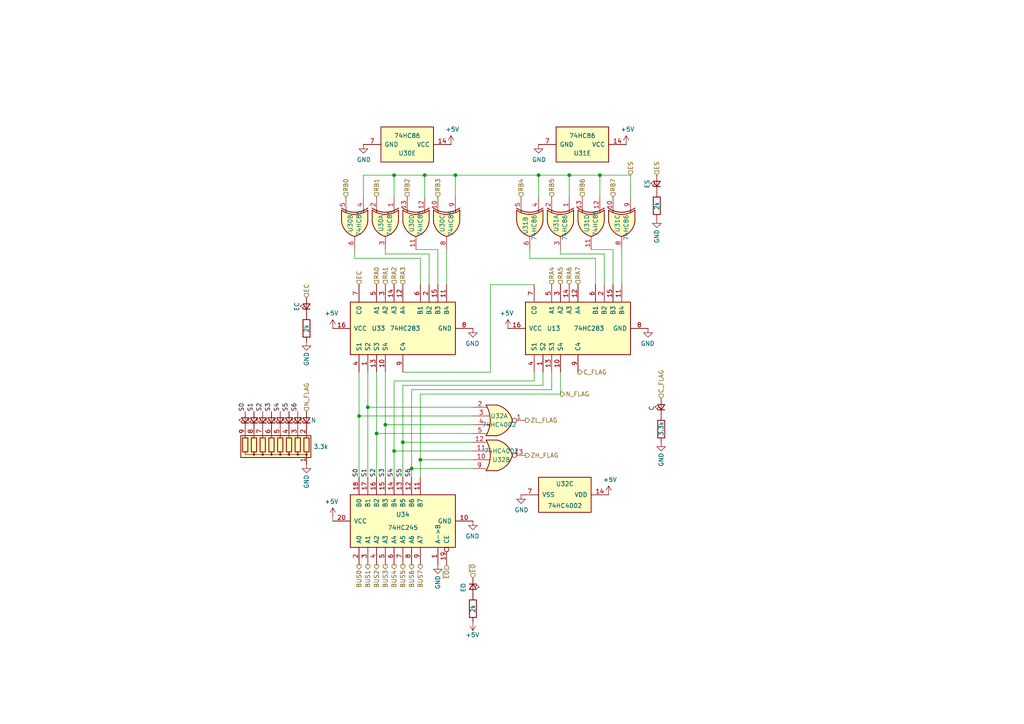
<source format=kicad_sch>
(kicad_sch (version 20250114) (generator "eeschema") (generator_version "9.0")
  (paper "A4")
  (title_block (title "Arithmetic Unit") (date "2025-12-30") (rev "3.3") (comment 2 "creativecommons.org/licenses/by-nc-sa/4.0/") (comment 3 "This work is licensed under CC BY-NC-SA 4.0") (comment 4 "Author: Carsten Herting (slu4)"))
  (lib_symbols
    (symbol "74HC4002_1" (pin_names (offset 1.016))
      (property "Reference" "U" (at 0 1.27 0))
      (property "Value" "74HC4002" (at 0 -1.27 0))
      (symbol "74HC4002_1_1_1"
        (arc (start -3.81 4.445) (mid -2.5908 0) (end -3.81 -4.445) (stroke (width 0.254)))
        (polyline (pts (xy -3.81 4.445) (xy -0.635 4.445)) (stroke (width 0.254)) (fill (type background)))
        (polyline (pts (xy -3.81 -4.445) (xy -0.635 -4.445)) (stroke (width 0.254)) (fill (type background)))
        (arc (start -0.6096 4.445) (mid 2.2198 2.8385) (end 3.81 0) (stroke (width 0.254)) (fill (type background)))
        (arc (start 3.81 0) (mid 2.224 -2.8428) (end -0.6096 -4.445) (stroke (width 0.254)) (fill (type background)))
        (polyline (pts (xy -0.635 4.445) (xy -3.81 4.445) (xy -3.81 4.445) (xy -3.6322 4.0894) (xy -3.0988 2.921) (xy -2.7686 1.6764) (xy -2.6162 0.4318) (xy -2.6416 -0.8636) (xy -2.8702 -2.1082) (xy -3.2512 -3.3274) (xy -3.81 -4.445) (xy -3.81 -4.445) (xy -0.635 -4.445)) (stroke (width -25.4)) (fill (type background)))
        (pin input line (at -7.62 3.81 0) (length 4.064) (name "~") (number "2"))
        (pin input line (at -7.62 1.27 0) (length 4.826) (name "~") (number "3"))
        (pin input line (at -7.62 -1.27 0) (length 4.826) (name "~") (number "4"))
        (pin input line (at -7.62 -3.81 0) (length 4.064) (name "~") (number "5"))
        (pin output inverted (at 7.62 0 180) (length 3.81) (name "~") (number "1"))
      )
      (symbol "74HC4002_1_1_2"
        (arc (start -0.635 4.445) (mid 3.7907 0) (end -0.635 -4.445) (stroke (width 0.254)) (fill (type background)))
        (polyline (pts (xy -0.635 4.445) (xy -3.81 4.445) (xy -3.81 -4.445) (xy -0.635 -4.445)) (stroke (width 0.254)) (fill (type background)))
        (pin input inverted (at -7.62 3.81 0) (length 3.81) (name "~") (number "2"))
        (pin input inverted (at -7.62 1.27 0) (length 3.81) (name "~") (number "3"))
        (pin input inverted (at -7.62 -1.27 0) (length 3.81) (name "~") (number "4"))
        (pin input inverted (at -7.62 -3.81 0) (length 3.81) (name "~") (number "5"))
        (pin output line (at 7.62 0 180) (length 3.81) (name "~") (number "1"))
      )
      (symbol "74HC4002_1_2_1"
        (arc (start -3.81 4.445) (mid -2.5908 0) (end -3.81 -4.445) (stroke (width 0.254)))
        (polyline (pts (xy -3.81 4.445) (xy -0.635 4.445)) (stroke (width 0.254)) (fill (type background)))
        (polyline (pts (xy -3.81 -4.445) (xy -0.635 -4.445)) (stroke (width 0.254)) (fill (type background)))
        (arc (start -0.6096 4.445) (mid 2.2198 2.8385) (end 3.81 0) (stroke (width 0.254)) (fill (type background)))
        (arc (start 3.81 0) (mid 2.224 -2.8428) (end -0.6096 -4.445) (stroke (width 0.254)) (fill (type background)))
        (polyline (pts (xy -0.635 4.445) (xy -3.81 4.445) (xy -3.81 4.445) (xy -3.6322 4.0894) (xy -3.0988 2.921) (xy -2.7686 1.6764) (xy -2.6162 0.4318) (xy -2.6416 -0.8636) (xy -2.8702 -2.1082) (xy -3.2512 -3.3274) (xy -3.81 -4.445) (xy -3.81 -4.445) (xy -0.635 -4.445)) (stroke (width -25.4)) (fill (type background)))
        (pin input line (at -7.62 3.81 0) (length 3.81) (name "~") (number "9"))
        (pin input line (at -7.62 1.27 0) (length 4.826) (name "~") (number "10"))
        (pin input line (at -7.62 -1.27 0) (length 4.826) (name "~") (number "11"))
        (pin input line (at -7.62 -3.81 0) (length 3.81) (name "~") (number "12"))
        (pin output inverted (at 7.62 0 180) (length 3.81) (name "~") (number "13"))
      )
      (symbol "74HC4002_1_2_2"
        (arc (start -0.635 4.445) (mid 3.7907 0) (end -0.635 -4.445) (stroke (width 0.254)) (fill (type background)))
        (polyline (pts (xy -0.635 4.445) (xy -3.81 4.445) (xy -3.81 -4.445) (xy -0.635 -4.445)) (stroke (width 0.254)) (fill (type background)))
        (pin input inverted (at -7.62 3.81 0) (length 3.81) (name "~") (number "9"))
        (pin input inverted (at -7.62 1.27 0) (length 3.81) (name "~") (number "10"))
        (pin input inverted (at -7.62 -1.27 0) (length 3.81) (name "~") (number "11"))
        (pin input inverted (at -7.62 -3.81 0) (length 3.81) (name "~") (number "12"))
        (pin output line (at 7.62 0 180) (length 3.81) (name "~") (number "13"))
      )
      (symbol "74HC4002_1_3_0"
        (pin no_connect line (at -10.16 0 0) (length 5.08) (hide yes) (name "~") (number "8"))
        (pin power_in line (at 0 12.7 270) (length 5.08) (name "VDD") (number "14"))
        (pin power_in line (at 0 -12.7 90) (length 5.08) (name "VSS") (number "7"))
        (pin no_connect line (at 10.16 0 180) (length 5.08) (hide yes) (name "~") (number "6"))
      )
      (symbol "74HC4002_1_3_1"
        (rectangle (start -5.08 7.62) (end 5.08 -7.62) (stroke (width 0.254)) (fill (type background)))
      )
    )
    (symbol "74HC4002_2" (pin_names (offset 1.016))
      (property "Reference" "U" (at 0 1.27 0))
      (property "Value" "74HC4002" (at 0 -1.27 0))
      (symbol "74HC4002_2_1_1"
        (arc (start -3.81 4.445) (mid -2.5908 0) (end -3.81 -4.445) (stroke (width 0.254)))
        (polyline (pts (xy -3.81 4.445) (xy -0.635 4.445)) (stroke (width 0.254)) (fill (type background)))
        (polyline (pts (xy -3.81 -4.445) (xy -0.635 -4.445)) (stroke (width 0.254)) (fill (type background)))
        (arc (start -0.6096 4.445) (mid 2.2198 2.8385) (end 3.81 0) (stroke (width 0.254)) (fill (type background)))
        (arc (start 3.81 0) (mid 2.224 -2.8428) (end -0.6096 -4.445) (stroke (width 0.254)) (fill (type background)))
        (polyline (pts (xy -0.635 4.445) (xy -3.81 4.445) (xy -3.81 4.445) (xy -3.6322 4.0894) (xy -3.0988 2.921) (xy -2.7686 1.6764) (xy -2.6162 0.4318) (xy -2.6416 -0.8636) (xy -2.8702 -2.1082) (xy -3.2512 -3.3274) (xy -3.81 -4.445) (xy -3.81 -4.445) (xy -0.635 -4.445)) (stroke (width -25.4)) (fill (type background)))
        (pin input line (at -7.62 3.81 0) (length 4.064) (name "~") (number "2"))
        (pin input line (at -7.62 1.27 0) (length 4.826) (name "~") (number "3"))
        (pin input line (at -7.62 -1.27 0) (length 4.826) (name "~") (number "4"))
        (pin input line (at -7.62 -3.81 0) (length 4.064) (name "~") (number "5"))
        (pin output inverted (at 7.62 0 180) (length 3.81) (name "~") (number "1"))
      )
      (symbol "74HC4002_2_1_2"
        (arc (start -0.635 4.445) (mid 3.7907 0) (end -0.635 -4.445) (stroke (width 0.254)) (fill (type background)))
        (polyline (pts (xy -0.635 4.445) (xy -3.81 4.445) (xy -3.81 -4.445) (xy -0.635 -4.445)) (stroke (width 0.254)) (fill (type background)))
        (pin input inverted (at -7.62 3.81 0) (length 3.81) (name "~") (number "2"))
        (pin input inverted (at -7.62 1.27 0) (length 3.81) (name "~") (number "3"))
        (pin input inverted (at -7.62 -1.27 0) (length 3.81) (name "~") (number "4"))
        (pin input inverted (at -7.62 -3.81 0) (length 3.81) (name "~") (number "5"))
        (pin output line (at 7.62 0 180) (length 3.81) (name "~") (number "1"))
      )
      (symbol "74HC4002_2_2_1"
        (arc (start -3.81 4.445) (mid -2.5908 0) (end -3.81 -4.445) (stroke (width 0.254)))
        (polyline (pts (xy -3.81 4.445) (xy -0.635 4.445)) (stroke (width 0.254)) (fill (type background)))
        (polyline (pts (xy -3.81 -4.445) (xy -0.635 -4.445)) (stroke (width 0.254)) (fill (type background)))
        (arc (start -0.6096 4.445) (mid 2.2198 2.8385) (end 3.81 0) (stroke (width 0.254)) (fill (type background)))
        (arc (start 3.81 0) (mid 2.224 -2.8428) (end -0.6096 -4.445) (stroke (width 0.254)) (fill (type background)))
        (polyline (pts (xy -0.635 4.445) (xy -3.81 4.445) (xy -3.81 4.445) (xy -3.6322 4.0894) (xy -3.0988 2.921) (xy -2.7686 1.6764) (xy -2.6162 0.4318) (xy -2.6416 -0.8636) (xy -2.8702 -2.1082) (xy -3.2512 -3.3274) (xy -3.81 -4.445) (xy -3.81 -4.445) (xy -0.635 -4.445)) (stroke (width -25.4)) (fill (type background)))
        (pin input line (at -7.62 3.81 0) (length 3.81) (name "~") (number "9"))
        (pin input line (at -7.62 1.27 0) (length 4.826) (name "~") (number "10"))
        (pin input line (at -7.62 -1.27 0) (length 4.826) (name "~") (number "11"))
        (pin input line (at -7.62 -3.81 0) (length 3.81) (name "~") (number "12"))
        (pin output inverted (at 7.62 0 180) (length 3.81) (name "~") (number "13"))
      )
      (symbol "74HC4002_2_2_2"
        (arc (start -0.635 4.445) (mid 3.7907 0) (end -0.635 -4.445) (stroke (width 0.254)) (fill (type background)))
        (polyline (pts (xy -0.635 4.445) (xy -3.81 4.445) (xy -3.81 -4.445) (xy -0.635 -4.445)) (stroke (width 0.254)) (fill (type background)))
        (pin input inverted (at -7.62 3.81 0) (length 3.81) (name "~") (number "9"))
        (pin input inverted (at -7.62 1.27 0) (length 3.81) (name "~") (number "10"))
        (pin input inverted (at -7.62 -1.27 0) (length 3.81) (name "~") (number "11"))
        (pin input inverted (at -7.62 -3.81 0) (length 3.81) (name "~") (number "12"))
        (pin output line (at 7.62 0 180) (length 3.81) (name "~") (number "13"))
      )
      (symbol "74HC4002_2_3_0"
        (pin no_connect line (at -10.16 0 0) (length 5.08) (hide yes) (name "~") (number "8"))
        (pin power_in line (at 0 12.7 270) (length 5.08) (name "VDD") (number "14"))
        (pin power_in line (at 0 -12.7 90) (length 5.08) (name "VSS") (number "7"))
        (pin no_connect line (at 10.16 0 180) (length 5.08) (hide yes) (name "~") (number "6"))
      )
      (symbol "74HC4002_2_3_1"
        (rectangle (start -5.08 7.62) (end 5.08 -7.62) (stroke (width 0.254)) (fill (type background)))
      )
    )
    (symbol "74xx:74HC86" (pin_names (offset 1.016))
      (property "Reference" "U" (at 0 1.27 0))
      (property "Value" "74HC86" (at 0 -1.27 0))
      (symbol "74HC86_1_0"
        (arc (start -4.4196 3.81) (mid -3.2033 0) (end -4.4196 -3.81) (stroke (width 0.254)))
        (arc (start -3.81 3.81) (mid -2.589 0) (end -3.81 -3.81) (stroke (width 0.254)))
        (polyline (pts (xy -3.81 3.81) (xy -0.635 3.81)) (stroke (width 0.254)) (fill (type background)))
        (polyline (pts (xy -3.81 -3.81) (xy -0.635 -3.81)) (stroke (width 0.254)) (fill (type background)))
        (arc (start 3.81 0) (mid 2.1855 -2.584) (end -0.6096 -3.81) (stroke (width 0.254)) (fill (type background)))
        (arc (start -0.6096 3.81) (mid 2.1928 2.5924) (end 3.81 0) (stroke (width 0.254)) (fill (type background)))
        (polyline (pts (xy -0.635 3.81) (xy -3.81 3.81) (xy -3.81 3.81) (xy -3.556 3.4036) (xy -3.0226 2.2606) (xy -2.6924 1.0414) (xy -2.6162 -0.254) (xy -2.7686 -1.4986) (xy -3.175 -2.7178) (xy -3.81 -3.81) (xy -3.81 -3.81) (xy -0.635 -3.81)) (stroke (width -25.4)) (fill (type background)))
        (pin input line (at -7.62 2.54 0) (length 4.445) (name "~") (number "1"))
        (pin input line (at -7.62 -2.54 0) (length 4.445) (name "~") (number "2"))
        (pin output line (at 7.62 0 180) (length 3.81) (name "~") (number "3"))
      )
      (symbol "74HC86_1_1"
        (polyline (pts (xy -3.81 2.54) (xy -3.175 2.54)) (stroke (width 0.1524)))
        (polyline (pts (xy -3.81 -2.54) (xy -3.175 -2.54)) (stroke (width 0.1524)))
      )
      (symbol "74HC86_2_0"
        (arc (start -4.4196 3.81) (mid -3.2033 0) (end -4.4196 -3.81) (stroke (width 0.254)))
        (arc (start -3.81 3.81) (mid -2.589 0) (end -3.81 -3.81) (stroke (width 0.254)))
        (polyline (pts (xy -3.81 3.81) (xy -0.635 3.81)) (stroke (width 0.254)) (fill (type background)))
        (polyline (pts (xy -3.81 -3.81) (xy -0.635 -3.81)) (stroke (width 0.254)) (fill (type background)))
        (arc (start 3.81 0) (mid 2.1855 -2.584) (end -0.6096 -3.81) (stroke (width 0.254)) (fill (type background)))
        (arc (start -0.6096 3.81) (mid 2.1928 2.5924) (end 3.81 0) (stroke (width 0.254)) (fill (type background)))
        (polyline (pts (xy -0.635 3.81) (xy -3.81 3.81) (xy -3.81 3.81) (xy -3.556 3.4036) (xy -3.0226 2.2606) (xy -2.6924 1.0414) (xy -2.6162 -0.254) (xy -2.7686 -1.4986) (xy -3.175 -2.7178) (xy -3.81 -3.81) (xy -3.81 -3.81) (xy -0.635 -3.81)) (stroke (width -25.4)) (fill (type background)))
        (pin input line (at -7.62 2.54 0) (length 4.445) (name "~") (number "4"))
        (pin input line (at -7.62 -2.54 0) (length 4.445) (name "~") (number "5"))
        (pin output line (at 7.62 0 180) (length 3.81) (name "~") (number "6"))
      )
      (symbol "74HC86_2_1"
        (polyline (pts (xy -3.81 2.54) (xy -3.175 2.54)) (stroke (width 0.1524)))
        (polyline (pts (xy -3.81 -2.54) (xy -3.175 -2.54)) (stroke (width 0.1524)))
      )
      (symbol "74HC86_3_0"
        (arc (start -4.4196 3.81) (mid -3.2033 0) (end -4.4196 -3.81) (stroke (width 0.254)))
        (arc (start -3.81 3.81) (mid -2.589 0) (end -3.81 -3.81) (stroke (width 0.254)))
        (polyline (pts (xy -3.81 3.81) (xy -0.635 3.81)) (stroke (width 0.254)) (fill (type background)))
        (polyline (pts (xy -3.81 -3.81) (xy -0.635 -3.81)) (stroke (width 0.254)) (fill (type background)))
        (arc (start 3.81 0) (mid 2.1855 -2.584) (end -0.6096 -3.81) (stroke (width 0.254)) (fill (type background)))
        (arc (start -0.6096 3.81) (mid 2.1928 2.5924) (end 3.81 0) (stroke (width 0.254)) (fill (type background)))
        (polyline (pts (xy -0.635 3.81) (xy -3.81 3.81) (xy -3.81 3.81) (xy -3.556 3.4036) (xy -3.0226 2.2606) (xy -2.6924 1.0414) (xy -2.6162 -0.254) (xy -2.7686 -1.4986) (xy -3.175 -2.7178) (xy -3.81 -3.81) (xy -3.81 -3.81) (xy -0.635 -3.81)) (stroke (width -25.4)) (fill (type background)))
        (pin input line (at -7.62 2.54 0) (length 4.445) (name "~") (number "9"))
        (pin input line (at -7.62 -2.54 0) (length 4.445) (name "~") (number "10"))
        (pin output line (at 7.62 0 180) (length 3.81) (name "~") (number "8"))
      )
      (symbol "74HC86_3_1"
        (polyline (pts (xy -3.81 2.54) (xy -3.175 2.54)) (stroke (width 0.1524)))
        (polyline (pts (xy -3.81 -2.54) (xy -3.175 -2.54)) (stroke (width 0.1524)))
      )
      (symbol "74HC86_4_0"
        (arc (start -4.4196 3.81) (mid -3.2033 0) (end -4.4196 -3.81) (stroke (width 0.254)))
        (arc (start -3.81 3.81) (mid -2.589 0) (end -3.81 -3.81) (stroke (width 0.254)))
        (polyline (pts (xy -3.81 3.81) (xy -0.635 3.81)) (stroke (width 0.254)) (fill (type background)))
        (polyline (pts (xy -3.81 -3.81) (xy -0.635 -3.81)) (stroke (width 0.254)) (fill (type background)))
        (arc (start 3.81 0) (mid 2.1855 -2.584) (end -0.6096 -3.81) (stroke (width 0.254)) (fill (type background)))
        (arc (start -0.6096 3.81) (mid 2.1928 2.5924) (end 3.81 0) (stroke (width 0.254)) (fill (type background)))
        (polyline (pts (xy -0.635 3.81) (xy -3.81 3.81) (xy -3.81 3.81) (xy -3.556 3.4036) (xy -3.0226 2.2606) (xy -2.6924 1.0414) (xy -2.6162 -0.254) (xy -2.7686 -1.4986) (xy -3.175 -2.7178) (xy -3.81 -3.81) (xy -3.81 -3.81) (xy -0.635 -3.81)) (stroke (width -25.4)) (fill (type background)))
        (pin input line (at -7.62 2.54 0) (length 4.445) (name "~") (number "12"))
        (pin input line (at -7.62 -2.54 0) (length 4.445) (name "~") (number "13"))
        (pin output line (at 7.62 0 180) (length 3.81) (name "~") (number "11"))
      )
      (symbol "74HC86_4_1"
        (polyline (pts (xy -3.81 2.54) (xy -3.175 2.54)) (stroke (width 0.1524)))
        (polyline (pts (xy -3.81 -2.54) (xy -3.175 -2.54)) (stroke (width 0.1524)))
      )
      (symbol "74HC86_5_0"
        (pin power_in line (at 0 12.7 270) (length 5.08) (name "VCC") (number "14"))
        (pin power_in line (at 0 -12.7 90) (length 5.08) (name "GND") (number "7"))
      )
      (symbol "74HC86_5_1"
        (rectangle (start -5.08 7.62) (end 5.08 -7.62) (stroke (width 0.254)) (fill (type background)))
      )
    )
    (symbol "8-Bit CPU 32k:74HC245" (pin_names (offset 1.016))
      (property "Reference" "U" (at 0 -6.35 90))
      (property "Value" "74HC245" (at 0 2.54 90))
      (symbol "74HC245_1_0"
        (pin tri_state line (at -12.7 12.7 0) (length 5.08) (name "A0") (number "2"))
        (pin tri_state line (at -12.7 10.16 0) (length 5.08) (name "A1") (number "3"))
        (pin tri_state line (at -12.7 7.62 0) (length 5.08) (name "A2") (number "4"))
        (pin tri_state line (at -12.7 5.08 0) (length 5.08) (name "A3") (number "5"))
        (pin tri_state line (at -12.7 2.54 0) (length 5.08) (name "A4") (number "6"))
        (pin tri_state line (at -12.7 0 0) (length 5.08) (name "A5") (number "7"))
        (pin tri_state line (at -12.7 -2.54 0) (length 5.08) (name "A6") (number "8"))
        (pin tri_state line (at -12.7 -5.08 0) (length 5.08) (name "A7") (number "9"))
        (pin input line (at -12.7 -10.16 0) (length 5.08) (name "A->B") (number "1"))
        (pin input inverted (at -12.7 -12.7 0) (length 5.08) (name "CE") (number "19"))
        (pin power_in line (at 0 20.32 270) (length 5.08) (name "VCC") (number "20"))
        (pin power_in line (at 0 -20.32 90) (length 5.08) (name "GND") (number "10"))
        (pin input line (at 12.7 12.7 180) (length 5.08) (name "B0") (number "18"))
        (pin input line (at 12.7 10.16 180) (length 5.08) (name "B1") (number "17"))
        (pin input line (at 12.7 7.62 180) (length 5.08) (name "B2") (number "16"))
        (pin input line (at 12.7 5.08 180) (length 5.08) (name "B3") (number "15"))
        (pin input line (at 12.7 2.54 180) (length 5.08) (name "B4") (number "14"))
        (pin input line (at 12.7 0 180) (length 5.08) (name "B5") (number "13"))
        (pin input line (at 12.7 -2.54 180) (length 5.08) (name "B6") (number "12"))
        (pin input line (at 12.7 -5.08 180) (length 5.08) (name "B7") (number "11"))
      )
      (symbol "74HC245_1_1"
        (rectangle (start -7.62 15.24) (end 7.62 -15.24) (stroke (width 0.254)) (fill (type background)))
      )
    )
    (symbol "8-Bit CPU 32k:74HC283" (pin_names (offset 1.016))
      (property "Reference" "U" (at 0 -5.08 90))
      (property "Value" "74HC283" (at 0 3.81 90))
      (symbol "74HC283_1_0"
        (pin input line (at -12.7 12.7 0) (length 5.08) (name "C0") (number "7"))
        (pin input line (at -12.7 7.62 0) (length 5.08) (name "A1") (number "5"))
        (pin input line (at -12.7 5.08 0) (length 5.08) (name "A2") (number "3"))
        (pin input line (at -12.7 2.54 0) (length 5.08) (name "A3") (number "14"))
        (pin input line (at -12.7 0 0) (length 5.08) (name "A4") (number "12"))
        (pin input line (at -12.7 -5.08 0) (length 5.08) (name "B1") (number "6"))
        (pin input line (at -12.7 -7.62 0) (length 5.08) (name "B2") (number "2"))
        (pin input line (at -12.7 -10.16 0) (length 5.08) (name "B3") (number "15"))
        (pin input line (at -12.7 -12.7 0) (length 5.08) (name "B4") (number "11"))
        (pin power_in line (at 0 20.32 270) (length 5.08) (name "VCC") (number "16"))
        (pin power_in line (at 0 -20.32 90) (length 5.08) (name "GND") (number "8"))
        (pin output line (at 12.7 12.7 180) (length 5.08) (name "S1") (number "4"))
        (pin output line (at 12.7 10.16 180) (length 5.08) (name "S2") (number "1"))
        (pin output line (at 12.7 7.62 180) (length 5.08) (name "S3") (number "13"))
        (pin output line (at 12.7 5.08 180) (length 5.08) (name "S4") (number "10"))
        (pin output line (at 12.7 0 180) (length 5.08) (name "C4") (number "9"))
      )
      (symbol "74HC283_1_1"
        (rectangle (start -7.62 15.24) (end 7.62 -15.24) (stroke (width 0.254)) (fill (type background)))
      )
    )
    (symbol "8-Bit CPU 32k:74HC4002" (pin_names (offset 1.016))
      (property "Reference" "U" (at 0 1.27 0))
      (property "Value" "74HC4002" (at 0 -1.27 0))
      (symbol "74HC4002_1_1"
        (arc (start -3.81 4.445) (mid -2.5908 0) (end -3.81 -4.445) (stroke (width 0.254)))
        (polyline (pts (xy -3.81 4.445) (xy -0.635 4.445)) (stroke (width 0.254)) (fill (type background)))
        (polyline (pts (xy -3.81 -4.445) (xy -0.635 -4.445)) (stroke (width 0.254)) (fill (type background)))
        (arc (start -0.6096 4.445) (mid 2.2198 2.8385) (end 3.81 0) (stroke (width 0.254)) (fill (type background)))
        (arc (start 3.81 0) (mid 2.224 -2.8428) (end -0.6096 -4.445) (stroke (width 0.254)) (fill (type background)))
        (polyline (pts (xy -0.635 4.445) (xy -3.81 4.445) (xy -3.81 4.445) (xy -3.6322 4.0894) (xy -3.0988 2.921) (xy -2.7686 1.6764) (xy -2.6162 0.4318) (xy -2.6416 -0.8636) (xy -2.8702 -2.1082) (xy -3.2512 -3.3274) (xy -3.81 -4.445) (xy -3.81 -4.445) (xy -0.635 -4.445)) (stroke (width -25.4)) (fill (type background)))
        (pin input line (at -7.62 3.81 0) (length 4.064) (name "~") (number "2"))
        (pin input line (at -7.62 1.27 0) (length 4.826) (name "~") (number "3"))
        (pin input line (at -7.62 -1.27 0) (length 4.826) (name "~") (number "4"))
        (pin input line (at -7.62 -3.81 0) (length 4.064) (name "~") (number "5"))
        (pin output inverted (at 7.62 0 180) (length 3.81) (name "~") (number "1"))
      )
      (symbol "74HC4002_1_2"
        (arc (start -0.635 4.445) (mid 3.7907 0) (end -0.635 -4.445) (stroke (width 0.254)) (fill (type background)))
        (polyline (pts (xy -0.635 4.445) (xy -3.81 4.445) (xy -3.81 -4.445) (xy -0.635 -4.445)) (stroke (width 0.254)) (fill (type background)))
        (pin input inverted (at -7.62 3.81 0) (length 3.81) (name "~") (number "2"))
        (pin input inverted (at -7.62 1.27 0) (length 3.81) (name "~") (number "3"))
        (pin input inverted (at -7.62 -1.27 0) (length 3.81) (name "~") (number "4"))
        (pin input inverted (at -7.62 -3.81 0) (length 3.81) (name "~") (number "5"))
        (pin output line (at 7.62 0 180) (length 3.81) (name "~") (number "1"))
      )
      (symbol "74HC4002_2_1"
        (arc (start -3.81 4.445) (mid -2.5908 0) (end -3.81 -4.445) (stroke (width 0.254)))
        (polyline (pts (xy -3.81 4.445) (xy -0.635 4.445)) (stroke (width 0.254)) (fill (type background)))
        (polyline (pts (xy -3.81 -4.445) (xy -0.635 -4.445)) (stroke (width 0.254)) (fill (type background)))
        (arc (start -0.6096 4.445) (mid 2.2198 2.8385) (end 3.81 0) (stroke (width 0.254)) (fill (type background)))
        (arc (start 3.81 0) (mid 2.224 -2.8428) (end -0.6096 -4.445) (stroke (width 0.254)) (fill (type background)))
        (polyline (pts (xy -0.635 4.445) (xy -3.81 4.445) (xy -3.81 4.445) (xy -3.6322 4.0894) (xy -3.0988 2.921) (xy -2.7686 1.6764) (xy -2.6162 0.4318) (xy -2.6416 -0.8636) (xy -2.8702 -2.1082) (xy -3.2512 -3.3274) (xy -3.81 -4.445) (xy -3.81 -4.445) (xy -0.635 -4.445)) (stroke (width -25.4)) (fill (type background)))
        (pin input line (at -7.62 3.81 0) (length 3.81) (name "~") (number "9"))
        (pin input line (at -7.62 1.27 0) (length 4.826) (name "~") (number "10"))
        (pin input line (at -7.62 -1.27 0) (length 4.826) (name "~") (number "11"))
        (pin input line (at -7.62 -3.81 0) (length 3.81) (name "~") (number "12"))
        (pin output inverted (at 7.62 0 180) (length 3.81) (name "~") (number "13"))
      )
      (symbol "74HC4002_2_2"
        (arc (start -0.635 4.445) (mid 3.7907 0) (end -0.635 -4.445) (stroke (width 0.254)) (fill (type background)))
        (polyline (pts (xy -0.635 4.445) (xy -3.81 4.445) (xy -3.81 -4.445) (xy -0.635 -4.445)) (stroke (width 0.254)) (fill (type background)))
        (pin input inverted (at -7.62 3.81 0) (length 3.81) (name "~") (number "9"))
        (pin input inverted (at -7.62 1.27 0) (length 3.81) (name "~") (number "10"))
        (pin input inverted (at -7.62 -1.27 0) (length 3.81) (name "~") (number "11"))
        (pin input inverted (at -7.62 -3.81 0) (length 3.81) (name "~") (number "12"))
        (pin output line (at 7.62 0 180) (length 3.81) (name "~") (number "13"))
      )
      (symbol "74HC4002_3_0"
        (pin no_connect line (at -10.16 0 0) (length 5.08) (hide yes) (name "~") (number "8"))
        (pin power_in line (at 0 12.7 270) (length 5.08) (name "VDD") (number "14"))
        (pin power_in line (at 0 -12.7 90) (length 5.08) (name "VSS") (number "7"))
        (pin no_connect line (at 10.16 0 180) (length 5.08) (hide yes) (name "~") (number "6"))
      )
      (symbol "74HC4002_3_1"
        (rectangle (start -5.08 7.62) (end 5.08 -7.62) (stroke (width 0.254)) (fill (type background)))
      )
    )
    (symbol "Device:LED_Small" (pin_numbers (hide yes)) (pin_names (offset 0.254) (hide yes))
      (property "Reference" "D" (at -1.27 3.175 0))
      (property "Value" "LED_Small" (at -4.445 -2.54 0))
      (symbol "LED_Small_0_1"
        (polyline (pts (xy -0.762 -1.016) (xy -0.762 1.016)) (stroke (width 0.254)))
        (polyline (pts (xy 0 0.762) (xy -0.508 1.27) (xy -0.254 1.27) (xy -0.508 1.27) (xy -0.508 1.016)))
        (polyline (pts (xy 0.508 1.27) (xy 0 1.778) (xy 0.254 1.778) (xy 0 1.778) (xy 0 1.524)))
        (polyline (pts (xy 0.762 -1.016) (xy -0.762 0) (xy 0.762 1.016) (xy 0.762 -1.016)) (stroke (width 0.254)))
        (polyline (pts (xy 1.016 0) (xy -0.762 0)))
      )
      (symbol "LED_Small_1_1"
        (pin passive line (at -2.54 0 0) (length 1.778) (name "K") (number "1"))
        (pin passive line (at 2.54 0 180) (length 1.778) (name "A") (number "2"))
      )
    )
    (symbol "Device:R" (pin_numbers (hide yes)) (pin_names (offset 0))
      (property "Reference" "R" (at 2.032 0 90))
      (property "Value" "R" (at 0 0 90))
      (symbol "R_0_1"
        (rectangle (start -1.016 -2.54) (end 1.016 2.54) (stroke (width 0.254)))
      )
      (symbol "R_1_1"
        (pin passive line (at 0 3.81 270) (length 1.27) (name "~") (number "1"))
        (pin passive line (at 0 -3.81 90) (length 1.27) (name "~") (number "2"))
      )
    )
    (symbol "Device:R_Network08" (pin_names (offset 0) (hide yes))
      (property "Reference" "RN" (at -12.7 0 90))
      (property "Value" "R_Network08" (at 10.16 0 90))
      (symbol "R_Network08_0_1"
        (rectangle (start -11.43 -3.175) (end 8.89 3.175) (stroke (width 0.254)) (fill (type background)))
        (rectangle (start -10.922 1.524) (end -9.398 -2.54) (stroke (width 0.254)))
        (circle (center -10.16 2.286) (radius 0.254) (fill (type outline)))
        (polyline (pts (xy -10.16 1.524) (xy -10.16 2.286) (xy -7.62 2.286) (xy -7.62 1.524)))
        (polyline (pts (xy -10.16 -2.54) (xy -10.16 -3.81)))
        (rectangle (start -8.382 1.524) (end -6.858 -2.54) (stroke (width 0.254)))
        (circle (center -7.62 2.286) (radius 0.254) (fill (type outline)))
        (polyline (pts (xy -7.62 1.524) (xy -7.62 2.286) (xy -5.08 2.286) (xy -5.08 1.524)))
        (polyline (pts (xy -7.62 -2.54) (xy -7.62 -3.81)))
        (rectangle (start -5.842 1.524) (end -4.318 -2.54) (stroke (width 0.254)))
        (circle (center -5.08 2.286) (radius 0.254) (fill (type outline)))
        (polyline (pts (xy -5.08 1.524) (xy -5.08 2.286) (xy -2.54 2.286) (xy -2.54 1.524)))
        (polyline (pts (xy -5.08 -2.54) (xy -5.08 -3.81)))
        (rectangle (start -3.302 1.524) (end -1.778 -2.54) (stroke (width 0.254)))
        (circle (center -2.54 2.286) (radius 0.254) (fill (type outline)))
        (polyline (pts (xy -2.54 1.524) (xy -2.54 2.286) (xy 0 2.286) (xy 0 1.524)))
        (polyline (pts (xy -2.54 -2.54) (xy -2.54 -3.81)))
        (rectangle (start -0.762 1.524) (end 0.762 -2.54) (stroke (width 0.254)))
        (circle (center 0 2.286) (radius 0.254) (fill (type outline)))
        (polyline (pts (xy 0 1.524) (xy 0 2.286) (xy 2.54 2.286) (xy 2.54 1.524)))
        (polyline (pts (xy 0 -2.54) (xy 0 -3.81)))
        (rectangle (start 1.778 1.524) (end 3.302 -2.54) (stroke (width 0.254)))
        (circle (center 2.54 2.286) (radius 0.254) (fill (type outline)))
        (polyline (pts (xy 2.54 1.524) (xy 2.54 2.286) (xy 5.08 2.286) (xy 5.08 1.524)))
        (polyline (pts (xy 2.54 -2.54) (xy 2.54 -3.81)))
        (rectangle (start 4.318 1.524) (end 5.842 -2.54) (stroke (width 0.254)))
        (circle (center 5.08 2.286) (radius 0.254) (fill (type outline)))
        (polyline (pts (xy 5.08 1.524) (xy 5.08 2.286) (xy 7.62 2.286) (xy 7.62 1.524)))
        (polyline (pts (xy 5.08 -2.54) (xy 5.08 -3.81)))
        (rectangle (start 6.858 1.524) (end 8.382 -2.54) (stroke (width 0.254)))
        (polyline (pts (xy 7.62 -2.54) (xy 7.62 -3.81)))
      )
      (symbol "R_Network08_1_1"
        (pin passive line (at -10.16 5.08 270) (length 2.54) (name "common") (number "1"))
        (pin passive line (at -10.16 -5.08 90) (length 1.27) (name "R1") (number "2"))
        (pin passive line (at -7.62 -5.08 90) (length 1.27) (name "R2") (number "3"))
        (pin passive line (at -5.08 -5.08 90) (length 1.27) (name "R3") (number "4"))
        (pin passive line (at -2.54 -5.08 90) (length 1.27) (name "R4") (number "5"))
        (pin passive line (at 0 -5.08 90) (length 1.27) (name "R5") (number "6"))
        (pin passive line (at 2.54 -5.08 90) (length 1.27) (name "R6") (number "7"))
        (pin passive line (at 5.08 -5.08 90) (length 1.27) (name "R7") (number "8"))
        (pin passive line (at 7.62 -5.08 90) (length 1.27) (name "R8") (number "9"))
      )
    )
    (symbol "power:+5V" (power) (pin_numbers (hide yes)) (pin_names (offset 0) (hide yes))
      (property "Value" "+5V" (at 0 3.556 0))
      (symbol "+5V_0_1"
        (polyline (pts (xy -0.762 1.27) (xy 0 2.54)))
        (polyline (pts (xy 0 2.54) (xy 0.762 1.27)))
        (polyline (pts (xy 0 0) (xy 0 2.54)))
      )
      (symbol "+5V_1_1"
        (pin power_in line (at 0 0 90) (length 0) (name "~") (number "1"))
      )
    )
    (symbol "power:GND" (power) (pin_numbers (hide yes)) (pin_names (offset 0) (hide yes))
      (property "Value" "GND" (at 0 -3.81 0))
      (symbol "GND_0_1"
        (polyline (pts (xy 0 0) (xy 0 -1.27) (xy 1.27 -1.27) (xy 0 -2.54) (xy -1.27 -1.27) (xy 0 -1.27)))
      )
      (symbol "GND_1_1"
        (pin power_in line (at 0 0 270) (length 0) (name "~") (number "1"))
      )
    )
  )
  (junction (at 114.3 50.8))
  (junction (at 114.3 130.81))
  (junction (at 156.21 50.8))
  (junction (at 123.19 50.8))
  (junction (at 165.1 50.8))
  (junction (at 104.14 120.65))
  (junction (at 109.22 125.73))
  (junction (at 116.84 128.27))
  (junction (at 121.92 133.35))
  (junction (at 111.76 123.19))
  (junction (at 106.68 118.11))
  (junction (at 173.99 50.8))
  (junction (at 132.08 50.8))
  (junction (at 119.38 135.89))
  (wire (pts (xy 132.08 50.8) (xy 156.21 50.8)))
  (wire (pts (xy 111.76 73.66) (xy 124.46 73.66)))
  (wire (pts (xy 96.52 151.13) (xy 96.52 149.86)))
  (wire (pts (xy 111.76 107.95) (xy 111.76 123.19)))
  (wire (pts (xy 104.14 107.95) (xy 104.14 120.65)))
  (wire (pts (xy 116.84 111.76) (xy 116.84 128.27)))
  (wire (pts (xy 119.38 135.89) (xy 137.16 135.89)))
  (wire (pts (xy 175.26 82.55) (xy 175.26 73.66)))
  (wire (pts (xy 123.19 50.8) (xy 114.3 50.8)))
  (wire (pts (xy 124.46 82.55) (xy 124.46 73.66)))
  (wire (pts (xy 111.76 123.19) (xy 111.76 138.43)))
  (wire (pts (xy 106.68 107.95) (xy 106.68 118.11)))
  (wire (pts (xy 157.48 111.76) (xy 116.84 111.76)))
  (wire (pts (xy 109.22 125.73) (xy 137.16 125.73)))
  (wire (pts (xy 104.14 120.65) (xy 104.14 138.43)))
  (wire (pts (xy 106.68 118.11) (xy 106.68 138.43)))
  (wire (pts (xy 162.56 114.3) (xy 121.92 114.3)))
  (wire (pts (xy 105.41 50.8) (xy 114.3 50.8)))
  (wire (pts (xy 154.94 110.49) (xy 114.3 110.49)))
  (wire (pts (xy 173.99 50.8) (xy 165.1 50.8)))
  (wire (pts (xy 175.26 73.66) (xy 162.56 73.66)))
  (wire (pts (xy 180.34 82.55) (xy 180.34 72.39)))
  (wire (pts (xy 129.54 82.55) (xy 129.54 72.39)))
  (wire (pts (xy 114.3 130.81) (xy 114.3 138.43)))
  (wire (pts (xy 182.88 50.8) (xy 173.99 50.8)))
  (wire (pts (xy 116.84 128.27) (xy 116.84 138.43)))
  (wire (pts (xy 121.92 133.35) (xy 137.16 133.35)))
  (wire (pts (xy 153.67 74.93) (xy 172.72 74.93)))
  (wire (pts (xy 132.08 50.8) (xy 123.19 50.8)))
  (wire (pts (xy 114.3 110.49) (xy 114.3 130.81)))
  (wire (pts (xy 111.76 72.39) (xy 111.76 73.66)))
  (wire (pts (xy 102.87 74.93) (xy 102.87 72.39)))
  (wire (pts (xy 114.3 130.81) (xy 137.16 130.81)))
  (wire (pts (xy 121.92 74.93) (xy 102.87 74.93)))
  (wire (pts (xy 105.41 57.15) (xy 105.41 50.8)))
  (wire (pts (xy 156.21 57.15) (xy 156.21 50.8)))
  (wire (pts (xy 119.38 113.03) (xy 119.38 135.89)))
  (wire (pts (xy 116.84 107.95) (xy 142.24 107.95)))
  (wire (pts (xy 119.38 135.89) (xy 119.38 138.43)))
  (wire (pts (xy 154.94 107.95) (xy 154.94 110.49)))
  (wire (pts (xy 114.3 50.8) (xy 114.3 57.15)))
  (wire (pts (xy 165.1 50.8) (xy 156.21 50.8)))
  (wire (pts (xy 162.56 107.95) (xy 162.56 114.3)))
  (wire (pts (xy 153.67 72.39) (xy 153.67 74.93)))
  (wire (pts (xy 121.92 114.3) (xy 121.92 133.35)))
  (wire (pts (xy 171.45 72.39) (xy 177.8 72.39)))
  (wire (pts (xy 162.56 73.66) (xy 162.56 72.39)))
  (wire (pts (xy 121.92 82.55) (xy 121.92 74.93)))
  (wire (pts (xy 142.24 107.95) (xy 142.24 82.55)))
  (wire (pts (xy 123.19 57.15) (xy 123.19 50.8)))
  (wire (pts (xy 109.22 107.95) (xy 109.22 125.73)))
  (wire (pts (xy 109.22 125.73) (xy 109.22 138.43)))
  (wire (pts (xy 157.48 107.95) (xy 157.48 111.76)))
  (wire (pts (xy 132.08 57.15) (xy 132.08 50.8)))
  (wire (pts (xy 160.02 107.95) (xy 160.02 113.03)))
  (wire (pts (xy 127 82.55) (xy 127 72.39)))
  (wire (pts (xy 165.1 57.15) (xy 165.1 50.8)))
  (wire (pts (xy 116.84 128.27) (xy 137.16 128.27)))
  (wire (pts (xy 182.88 57.15) (xy 182.88 50.8)))
  (wire (pts (xy 121.92 133.35) (xy 121.92 138.43)))
  (wire (pts (xy 160.02 113.03) (xy 119.38 113.03)))
  (wire (pts (xy 173.99 57.15) (xy 173.99 50.8)))
  (wire (pts (xy 142.24 82.55) (xy 154.94 82.55)))
  (wire (pts (xy 104.14 120.65) (xy 137.16 120.65)))
  (wire (pts (xy 172.72 74.93) (xy 172.72 82.55)))
  (wire (pts (xy 106.68 118.11) (xy 137.16 118.11)))
  (wire (pts (xy 177.8 72.39) (xy 177.8 82.55)))
  (wire (pts (xy 137.16 123.19) (xy 111.76 123.19)))
  (wire (pts (xy 127 72.39) (xy 120.65 72.39)))
  (label "S0" (at 104.14 138.43 90))
  (label "S6" (at 119.38 138.43 90))
  (label "S4" (at 114.3 138.43 90))
  (label "S5" (at 116.84 138.43 90))
  (label "S3" (at 111.76 138.43 90))
  (label "S1" (at 106.68 138.43 90))
  (label "S6" (at 86.36 119.38 90))
  (label "S5" (at 83.82 119.38 90))
  (label "S3" (at 78.74 119.38 90))
  (label "S2" (at 76.2 119.38 90))
  (label "S4" (at 81.28 119.38 90))
  (label "S0" (at 71.12 119.38 90))
  (label "S1" (at 73.66 119.38 90))
  (label "S2" (at 109.22 138.43 90))
  (hierarchical_label "C_FLAG" (shape input) (at 191.77 115.57 90))
  (hierarchical_label "RA2" (shape input) (at 114.3 82.55 90))
  (hierarchical_label "RA6" (shape input) (at 165.1 82.55 90))
  (hierarchical_label "RB5" (shape input) (at 160.02 57.15 90))
  (hierarchical_label "RB0" (shape input) (at 100.33 57.15 90))
  (hierarchical_label "ZH_FLAG" (shape output) (at 152.4 132.08 0))
  (hierarchical_label "RB4" (shape input) (at 151.13 57.15 90))
  (hierarchical_label "RA1" (shape input) (at 111.76 82.55 90))
  (hierarchical_label "EC" (shape input) (at 104.14 82.55 90))
  (hierarchical_label "RB1" (shape input) (at 109.22 57.15 90))
  (hierarchical_label "BUS1" (shape output) (at 106.68 163.83 270))
  (hierarchical_label "~{EO}" (shape input) (at 129.54 163.83 270))
  (hierarchical_label "BUS5" (shape output) (at 116.84 163.83 270))
  (hierarchical_label "RA3" (shape input) (at 116.84 82.55 90))
  (hierarchical_label "C_FLAG" (shape output) (at 167.64 107.95 0))
  (hierarchical_label "RA5" (shape input) (at 162.56 82.55 90))
  (hierarchical_label "BUS2" (shape output) (at 109.22 163.83 270))
  (hierarchical_label "BUS7" (shape output) (at 121.92 163.83 270))
  (hierarchical_label "BUS3" (shape output) (at 111.76 163.83 270))
  (hierarchical_label "ES" (shape input) (at 182.88 50.8 90))
  (hierarchical_label "N_FLAG" (shape input) (at 88.9 119.38 90))
  (hierarchical_label "RA7" (shape input) (at 167.64 82.55 90))
  (hierarchical_label "BUS6" (shape output) (at 119.38 163.83 270))
  (hierarchical_label "RB6" (shape input) (at 168.91 57.15 90))
  (hierarchical_label "N_FLAG" (shape output) (at 162.56 114.3 0))
  (hierarchical_label "~{EO}" (shape input) (at 137.16 167.64 90))
  (hierarchical_label "ES" (shape input) (at 190.5 50.8 90))
  (hierarchical_label "ZL_FLAG" (shape output) (at 152.4 121.92 0))
  (hierarchical_label "BUS0" (shape output) (at 104.14 163.83 270))
  (hierarchical_label "EC" (shape input) (at 88.9 86.36 90))
  (hierarchical_label "RB7" (shape input) (at 177.8 57.15 90))
  (hierarchical_label "BUS4" (shape output) (at 114.3 163.83 270))
  (hierarchical_label "RB2" (shape input) (at 118.11 57.15 90))
  (hierarchical_label "RB3" (shape input) (at 127 57.15 90))
  (hierarchical_label "RA0" (shape input) (at 109.22 82.55 90))
  (hierarchical_label "RA4" (shape input) (at 160.02 82.55 90))
  (symbol (lib_id "74xx:74HC86") (at 118.11 41.91 270) (unit 5)
    (property "Reference" "U30" (at 118.11 44.45 90))
    (property "Value" "74HC86" (at 118.11 39.37 90))
    (property "Footprint" "Package_DIP:DIP-14_W7.62mm" (effects (hide yes)))
    (property "Datasheet" "http://www.ti.com/lit/gpn/sn74HC86" (effects (hide yes)))
    (property "Description" "Quad 2-input XOR" (effects (hide yes)))
  )
  (symbol (lib_id "74xx:74HC86") (at 168.91 41.91 270) (unit 5)
    (property "Reference" "U31" (at 168.91 44.45 90))
    (property "Value" "74HC86" (at 168.91 39.37 90))
    (property "Footprint" "Package_DIP:DIP-14_W7.62mm" (effects (hide yes)))
    (property "Datasheet" "http://www.ti.com/lit/gpn/sn74HC86" (effects (hide yes)))
    (property "Description" "Quad 2-input XOR" (effects (hide yes)))
  )
  (symbol (lib_id "power:GND") (at 105.41 41.91 0) (unit 1)
    (property "Reference" "#PWR0123" (effects (hide yes)))
    (property "Value" "GND" (at 105.537 46.3042 0))
    (property "Description" "Power symbol creates a global label with name \"GND\" , ground" (effects (hide yes)))
  )
  (symbol (lib_id "power:GND") (at 156.21 41.91 0) (unit 1)
    (property "Reference" "#PWR0125" (effects (hide yes)))
    (property "Value" "GND" (at 156.337 46.3042 0))
    (property "Description" "Power symbol creates a global label with name \"GND\" , ground" (effects (hide yes)))
  )
  (symbol (lib_id "power:+5V") (at 181.61 41.91 0) (unit 1)
    (property "Reference" "#PWR0126" (effects (hide yes)))
    (property "Value" "+5V" (at 181.991 37.5158 0))
    (property "Description" "Power symbol creates a global label with name \"+5V\"" (effects (hide yes)))
  )
  (symbol (lib_id "power:+5V") (at 130.81 41.91 0) (unit 1)
    (property "Reference" "#PWR0124" (effects (hide yes)))
    (property "Value" "+5V" (at 131.191 37.5158 0))
    (property "Description" "Power symbol creates a global label with name \"+5V\"" (effects (hide yes)))
  )
  (symbol (lib_id "power:GND") (at 127 163.83 0) (mirror y) (unit 1)
    (property "Reference" "#PWR0131" (effects (hide yes)))
    (property "Value" "GND" (at 127 168.91 90))
    (property "Description" "Power symbol creates a global label with name \"GND\" , ground" (effects (hide yes)))
  )
  (symbol (lib_id "power:GND") (at 137.16 95.25 0) (mirror y) (unit 1)
    (property "Reference" "#PWR0132" (effects (hide yes)))
    (property "Value" "GND" (at 137.033 99.6442 0))
    (property "Description" "Power symbol creates a global label with name \"GND\" , ground" (effects (hide yes)))
  )
  (symbol (lib_id "power:GND") (at 187.96 95.25 0) (mirror y) (unit 1)
    (property "Reference" "#PWR0135" (effects (hide yes)))
    (property "Value" "GND" (at 187.833 99.6442 0))
    (property "Description" "Power symbol creates a global label with name \"GND\" , ground" (effects (hide yes)))
  )
  (symbol (lib_id "power:GND") (at 137.16 151.13 0) (mirror y) (unit 1)
    (property "Reference" "#PWR0133" (effects (hide yes)))
    (property "Value" "GND" (at 137.033 155.5242 0))
    (property "Description" "Power symbol creates a global label with name \"GND\" , ground" (effects (hide yes)))
  )
  (symbol (lib_id "power:+5V") (at 147.32 95.25 0) (mirror y) (unit 1)
    (property "Reference" "#PWR0134" (effects (hide yes)))
    (property "Value" "+5V" (at 146.939 90.8558 0))
    (property "Description" "Power symbol creates a global label with name \"+5V\"" (effects (hide yes)))
  )
  (symbol (lib_id "power:+5V") (at 96.52 95.25 0) (mirror y) (unit 1)
    (property "Reference" "#PWR0128" (effects (hide yes)))
    (property "Value" "+5V" (at 96.139 90.8558 0))
    (property "Description" "Power symbol creates a global label with name \"+5V\"" (effects (hide yes)))
  )
  (symbol (lib_id "power:+5V") (at 96.52 149.86 0) (mirror y) (unit 1)
    (property "Reference" "#PWR0129" (effects (hide yes)))
    (property "Value" "+5V" (at 96.139 145.4658 0))
    (property "Description" "Power symbol creates a global label with name \"+5V\"" (effects (hide yes)))
  )
  (symbol (lib_id "74xx:74HC86") (at 162.56 64.77 270) (unit 1)
    (property "Reference" "U31" (at 161.29 64.77 0))
    (property "Value" "74HC86" (at 163.83 66.04 0))
    (property "Footprint" "Package_DIP:DIP-14_W7.62mm" (effects (hide yes)))
    (property "Datasheet" "http://www.ti.com/lit/gpn/sn74HC86" (effects (hide yes)))
    (property "Description" "Quad 2-input XOR" (effects (hide yes)))
  )
  (symbol (lib_id "74xx:74HC86") (at 153.67 64.77 270) (unit 2)
    (property "Reference" "U31" (at 152.4 65.405 0))
    (property "Value" "74HC86" (at 154.94 66.04 0))
    (property "Footprint" "Package_DIP:DIP-14_W7.62mm" (effects (hide yes)))
    (property "Datasheet" "http://www.ti.com/lit/gpn/sn74HC86" (effects (hide yes)))
    (property "Description" "Quad 2-input XOR" (effects (hide yes)))
  )
  (symbol (lib_id "74xx:74HC86") (at 180.34 64.77 270) (unit 3)
    (property "Reference" "U31" (at 179.07 64.77 0))
    (property "Value" "74HC86" (at 181.61 66.04 0))
    (property "Footprint" "Package_DIP:DIP-14_W7.62mm" (effects (hide yes)))
    (property "Datasheet" "http://www.ti.com/lit/gpn/sn74HC86" (effects (hide yes)))
    (property "Description" "Quad 2-input XOR" (effects (hide yes)))
  )
  (symbol (lib_id "74xx:74HC86") (at 171.45 64.77 270) (unit 4)
    (property "Reference" "U31" (at 170.18 64.77 0))
    (property "Value" "74HC86" (at 172.72 64.77 0))
    (property "Footprint" "Package_DIP:DIP-14_W7.62mm" (effects (hide yes)))
    (property "Datasheet" "http://www.ti.com/lit/gpn/sn74HC86" (effects (hide yes)))
    (property "Description" "Quad 2-input XOR" (effects (hide yes)))
  )
  (symbol (lib_id "74xx:74HC86") (at 111.76 64.77 270) (unit 1)
    (property "Reference" "U30" (at 110.49 64.77 0))
    (property "Value" "74HC86" (at 113.03 64.77 0))
    (property "Footprint" "Package_DIP:DIP-14_W7.62mm" (effects (hide yes)))
    (property "Datasheet" "http://www.ti.com/lit/gpn/sn74HC86" (effects (hide yes)))
    (property "Description" "Quad 2-input XOR" (effects (hide yes)))
  )
  (symbol (lib_id "74xx:74HC86") (at 102.87 64.77 270) (unit 2)
    (property "Reference" "U30" (at 101.6 64.77 0))
    (property "Value" "74HC86" (at 104.14 64.77 0))
    (property "Footprint" "Package_DIP:DIP-14_W7.62mm" (effects (hide yes)))
    (property "Datasheet" "http://www.ti.com/lit/gpn/sn74HC86" (effects (hide yes)))
    (property "Description" "Quad 2-input XOR" (effects (hide yes)))
  )
  (symbol (lib_id "74xx:74HC86") (at 129.54 64.77 270) (unit 3)
    (property "Reference" "U30" (at 128.27 64.77 0))
    (property "Value" "74HC86" (at 130.81 64.77 0))
    (property "Footprint" "Package_DIP:DIP-14_W7.62mm" (effects (hide yes)))
    (property "Datasheet" "http://www.ti.com/lit/gpn/sn74HC86" (effects (hide yes)))
    (property "Description" "Quad 2-input XOR" (effects (hide yes)))
  )
  (symbol (lib_id "74xx:74HC86") (at 120.65 64.77 270) (unit 4)
    (property "Reference" "U30" (at 119.38 64.77 0))
    (property "Value" "74HC86" (at 121.92 64.77 0))
    (property "Footprint" "Package_DIP:DIP-14_W7.62mm" (effects (hide yes)))
    (property "Datasheet" "http://www.ti.com/lit/gpn/sn74HC86" (effects (hide yes)))
    (property "Description" "Quad 2-input XOR" (effects (hide yes)))
  )
  (symbol (lib_id "8-Bit CPU 32k:74HC283") (at 116.84 95.25 90) (mirror x) (unit 1)
    (property "Reference" "U33" (at 111.76 95.25 90) (effects (justify left)))
    (property "Value" "74HC283" (at 121.92 95.25 90) (effects (justify left)))
    (property "Footprint" "Package_DIP:DIP-16_W7.62mm" (effects (hide yes)))
    (property "Datasheet" "http://www.ti.com/lit/gpn/sn74LS283" (effects (hide yes)))
    (property "Description" "4-bit full Adder" (effects (hide yes)))
  )
  (symbol (lib_id "8-Bit CPU 32k:74HC283") (at 167.64 95.25 90) (mirror x) (unit 1)
    (property "Reference" "U13" (at 162.56 95.25 90) (effects (justify left)))
    (property "Value" "74HC283" (at 175.26 95.25 90) (effects (justify left)))
    (property "Footprint" "Package_DIP:DIP-16_W7.62mm" (effects (hide yes)))
    (property "Datasheet" "http://www.ti.com/lit/gpn/sn74LS283" (effects (hide yes)))
    (property "Description" "4-bit full Adder" (effects (hide yes)))
  )
  (symbol (lib_id "Device:LED_Small") (at 78.74 121.92 90) (unit 1)
    (property "Reference" "D55" (effects (hide yes)))
    (property "Value" "LED_Small" (effects (hide yes)))
    (property "Footprint" "LED_THT:LED_D5.0mm" (effects (hide yes)))
    (property "Description" "LED GREEN, 2000mcd, 60°" (effects (hide yes)))
    (property "Sim.Pin" "1=K 2=A" (effects (hide yes)))
  )
  (symbol (lib_id "Device:LED_Small") (at 76.2 121.92 90) (unit 1)
    (property "Reference" "D54" (effects (hide yes)))
    (property "Value" "LED_Small" (effects (hide yes)))
    (property "Footprint" "LED_THT:LED_D5.0mm" (effects (hide yes)))
    (property "Description" "LED GREEN, 2000mcd, 60°" (effects (hide yes)))
    (property "Sim.Pin" "1=K 2=A" (effects (hide yes)))
  )
  (symbol (lib_id "Device:LED_Small") (at 86.36 121.92 90) (unit 1)
    (property "Reference" "D58" (effects (hide yes)))
    (property "Value" "LED_Small" (effects (hide yes)))
    (property "Footprint" "LED_THT:LED_D5.0mm" (effects (hide yes)))
    (property "Description" "LED GREEN, 2000mcd, 60°" (effects (hide yes)))
    (property "Sim.Pin" "1=K 2=A" (effects (hide yes)))
  )
  (symbol (lib_id "Device:LED_Small") (at 81.28 121.92 90) (unit 1)
    (property "Reference" "D56" (effects (hide yes)))
    (property "Value" "LED_Small" (effects (hide yes)))
    (property "Footprint" "LED_THT:LED_D5.0mm" (effects (hide yes)))
    (property "Description" "LED GREEN, 2000mcd, 60°" (effects (hide yes)))
    (property "Sim.Pin" "1=K 2=A" (effects (hide yes)))
  )
  (symbol (lib_id "Device:R") (at 137.16 176.53 0) (mirror y) (unit 1)
    (property "Reference" "R11" (effects (hide yes)))
    (property "Value" "2k" (at 137.16 177.8 90) (effects (justify left)))
    (property "Footprint" "Resistor_THT:R_Axial_DIN0207_L6.3mm_D2.5mm_P7.62mm_Horizontal" (effects (hide yes)))
    (property "Description" "Resistor" (effects (hide yes)))
  )
  (symbol (lib_id "Device:LED_Small") (at 83.82 121.92 90) (unit 1)
    (property "Reference" "D57" (effects (hide yes)))
    (property "Value" "LED_Small" (effects (hide yes)))
    (property "Footprint" "LED_THT:LED_D5.0mm" (effects (hide yes)))
    (property "Description" "LED GREEN, 2000mcd, 60°" (effects (hide yes)))
    (property "Sim.Pin" "1=K 2=A" (effects (hide yes)))
  )
  (symbol (lib_id "Device:LED_Small") (at 88.9 88.9 90) (unit 1)
    (property "Reference" "D93" (effects (hide yes)))
    (property "Value" "EC" (at 86.106 88.9 0))
    (property "Footprint" "LED_THT:LED_D5.0mm" (effects (hide yes)))
    (property "Description" "LED WHITE, 2500mcd, 60°" (effects (hide yes)))
    (property "Sim.Pin" "1=K 2=A" (effects (hide yes)))
  )
  (symbol (lib_id "Device:R") (at 191.77 124.46 0) (mirror y) (unit 1)
    (property "Reference" "R28" (effects (hide yes)))
    (property "Value" "3.3k" (at 191.77 126.492 90) (effects (justify left)))
    (property "Footprint" "Resistor_THT:R_Axial_DIN0207_L6.3mm_D2.5mm_P7.62mm_Horizontal" (effects (hide yes)))
    (property "Description" "Resistor" (effects (hide yes)))
  )
  (symbol (lib_id "power:GND") (at 190.5 63.5 0) (mirror y) (unit 1)
    (property "Reference" "#PWR0185" (effects (hide yes)))
    (property "Value" "GND" (at 190.5 68.58 90))
    (property "Description" "Power symbol creates a global label with name \"GND\" , ground" (effects (hide yes)))
  )
  (symbol (lib_id "Device:R_Network08") (at 78.74 129.54 180) (unit 1)
    (property "Reference" "RN8" (effects (hide yes)))
    (property "Value" "3.3k" (at 90.932 129.54 0) (effects (justify right)))
    (property "Footprint" "Resistor_THT:R_Array_SIP9" (effects (hide yes)))
    (property "Datasheet" "http://www.vishay.com/docs/31509/csc.pdf" (effects (hide yes)))
    (property "Description" "8 resistor network, star topology, bussed resistors, small symbol" (effects (hide yes)))
  )
  (symbol (lib_id "power:GND") (at 88.9 134.62 0) (mirror y) (unit 1)
    (property "Reference" "#PWR0161" (effects (hide yes)))
    (property "Value" "GND" (at 88.9 139.7 90))
    (property "Description" "Power symbol creates a global label with name \"GND\" , ground" (effects (hide yes)))
  )
  (symbol (lib_id "Device:R") (at 88.9 95.25 0) (mirror y) (unit 1)
    (property "Reference" "R26" (effects (hide yes)))
    (property "Value" "2k" (at 88.9 96.52 90) (effects (justify left)))
    (property "Footprint" "Resistor_THT:R_Axial_DIN0207_L6.3mm_D2.5mm_P7.62mm_Horizontal" (effects (hide yes)))
    (property "Description" "Resistor" (effects (hide yes)))
  )
  (symbol (lib_id "power:+5V") (at 176.53 143.51 0) (unit 1)
    (property "Reference" "#PWR0130" (effects (hide yes)))
    (property "Value" "+5V" (at 176.911 139.1158 0))
    (property "Description" "Power symbol creates a global label with name \"+5V\"" (effects (hide yes)))
  )
  (symbol (lib_id "power:GND") (at 88.9 99.06 0) (mirror y) (unit 1)
    (property "Reference" "#PWR0184" (effects (hide yes)))
    (property "Value" "GND" (at 88.9 104.14 90))
    (property "Description" "Power symbol creates a global label with name \"GND\" , ground" (effects (hide yes)))
  )
  (symbol (lib_id "Device:LED_Small") (at 190.5 53.34 90) (unit 1)
    (property "Reference" "D94" (effects (hide yes)))
    (property "Value" "ES" (at 187.706 53.34 0))
    (property "Footprint" "LED_THT:LED_D5.0mm" (effects (hide yes)))
    (property "Description" "LED WHITE, 2500mcd, 60°" (effects (hide yes)))
    (property "Sim.Pin" "1=K 2=A" (effects (hide yes)))
  )
  (symbol (lib_id "Device:LED_Small") (at 191.77 118.11 90) (unit 1)
    (property "Reference" "D95" (effects (hide yes)))
    (property "Value" "C" (at 188.976 118.364 0))
    (property "Footprint" "LED_THT:LED_D5.0mm" (effects (hide yes)))
    (property "Description" "LED GREEN, 2000mcd, 60°" (effects (hide yes)))
    (property "Sim.Pin" "1=K 2=A" (effects (hide yes)))
  )
  (symbol (lib_id "Device:LED_Small") (at 73.66 121.92 90) (unit 1)
    (property "Reference" "D53" (effects (hide yes)))
    (property "Value" "LED_Small" (effects (hide yes)))
    (property "Footprint" "LED_THT:LED_D5.0mm" (effects (hide yes)))
    (property "Description" "LED GREEN, 2000mcd, 60°" (effects (hide yes)))
    (property "Sim.Pin" "1=K 2=A" (effects (hide yes)))
  )
  (symbol (lib_id "Device:R") (at 190.5 59.69 0) (mirror y) (unit 1)
    (property "Reference" "R27" (effects (hide yes)))
    (property "Value" "2k" (at 190.5 60.96 90) (effects (justify left)))
    (property "Footprint" "Resistor_THT:R_Axial_DIN0207_L6.3mm_D2.5mm_P7.62mm_Horizontal" (effects (hide yes)))
    (property "Description" "Resistor" (effects (hide yes)))
  )
  (symbol (lib_id "power:+5V") (at 137.16 180.34 180) (unit 1)
    (property "Reference" "#PWR0169" (effects (hide yes)))
    (property "Value" "+5V" (at 139.065 184.15 0) (effects (justify left)))
    (property "Description" "Power symbol creates a global label with name \"+5V\"" (effects (hide yes)))
  )
  (symbol (lib_id "power:GND") (at 151.13 143.51 0) (unit 1)
    (property "Reference" "#PWR0127" (effects (hide yes)))
    (property "Value" "GND" (at 151.257 147.9042 0))
    (property "Description" "Power symbol creates a global label with name \"GND\" , ground" (effects (hide yes)))
  )
  (symbol (lib_id "power:GND") (at 191.77 128.27 0) (mirror y) (unit 1)
    (property "Reference" "#PWR0186" (effects (hide yes)))
    (property "Value" "GND" (at 191.77 133.35 90))
    (property "Description" "Power symbol creates a global label with name \"GND\" , ground" (effects (hide yes)))
  )
  (symbol (lib_name "74HC4002_2") (lib_id "8-Bit CPU 32k:74HC4002") (at 144.78 132.08 0) (mirror x) (unit 2)
    (property "Reference" "U32" (at 145.415 133.3469 0))
    (property "Value" "74HC4002" (at 145.415 130.81 0))
    (property "Footprint" "Package_DIP:DIP-14_W7.62mm" (effects (hide yes)))
    (property "Datasheet" "http://www.intersil.com/content/dam/Intersil/documents/cd40/cd4000bms-01bms-02bms-25bms.pdf" (effects (hide yes)))
    (property "Description" "Dual  4 input NOR gate" (effects (hide yes)))
  )
  (symbol (lib_id "Device:LED_Small") (at 137.16 170.18 270) (unit 1)
    (property "Reference" "D78" (effects (hide yes)))
    (property "Value" "EO" (at 134.366 170.434 0))
    (property "Footprint" "LED_THT:LED_D5.0mm" (effects (hide yes)))
    (property "Description" "LED RED, 1300mcd, 60°" (effects (hide yes)))
    (property "Sim.Pin" "1=K 2=A" (effects (hide yes)))
  )
  (symbol (lib_name "74HC4002_1") (lib_id "8-Bit CPU 32k:74HC4002") (at 144.78 121.92 0) (unit 1)
    (property "Reference" "U32" (at 144.78 120.6531 0))
    (property "Value" "74HC4002" (at 144.78 123.19 0))
    (property "Footprint" "Package_DIP:DIP-14_W7.62mm" (effects (hide yes)))
    (property "Datasheet" "http://www.intersil.com/content/dam/Intersil/documents/cd40/cd4000bms-01bms-02bms-25bms.pdf" (effects (hide yes)))
    (property "Description" "Dual  4 input NOR gate" (effects (hide yes)))
  )
  (symbol (lib_id "8-Bit CPU 32k:74HC245") (at 116.84 151.13 90) (unit 1)
    (property "Reference" "U34" (at 116.84 149.225 90))
    (property "Value" "74HC245" (at 116.84 153.035 90))
    (property "Footprint" "Package_DIP:DIP-20_W7.62mm" (effects (hide yes)))
    (property "Datasheet" "http://www.ti.com/lit/gpn/sn74HC245" (effects (hide yes)))
    (property "Description" "Octal BUS Transceivers, 3-State outputs" (effects (hide yes)))
  )
  (symbol (lib_id "Device:LED_Small") (at 71.12 121.92 90) (unit 1)
    (property "Reference" "D52" (effects (hide yes)))
    (property "Value" "LED_Small" (effects (hide yes)))
    (property "Footprint" "LED_THT:LED_D5.0mm" (effects (hide yes)))
    (property "Description" "LED GREEN, 2000mcd, 60°" (effects (hide yes)))
    (property "Sim.Pin" "1=K 2=A" (effects (hide yes)))
  )
  (symbol (lib_id "Device:LED_Small") (at 88.9 121.92 90) (unit 1)
    (property "Reference" "D59" (effects (hide yes)))
    (property "Value" "N" (at 90.932 121.92 90))
    (property "Footprint" "LED_THT:LED_D5.0mm" (effects (hide yes)))
    (property "Description" "LED GREEN, 2000mcd, 60°" (effects (hide yes)))
    (property "Sim.Pin" "1=K 2=A" (effects (hide yes)))
  )
  (symbol (lib_id "8-Bit CPU 32k:74HC4002") (at 163.83 143.51 270) (unit 3)
    (property "Reference" "U32" (at 163.83 140.3381 90))
    (property "Value" "74HC4002" (at 163.83 146.685 90))
    (property "Footprint" "Package_DIP:DIP-14_W7.62mm" (effects (hide yes)))
    (property "Datasheet" "http://www.intersil.com/content/dam/Intersil/documents/cd40/cd4000bms-01bms-02bms-25bms.pdf" (effects (hide yes)))
    (property "Description" "Dual  4 input NOR gate" (effects (hide yes)))
  )
)
</source>
